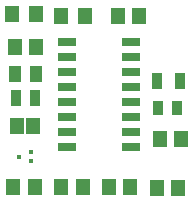
<source format=gbr>
G04*
G04 #@! TF.GenerationSoftware,Altium Limited,Altium Designer,23.3.1 (30)*
G04*
G04 Layer_Color=128*
%FSLAX25Y25*%
%MOIN*%
G70*
G04*
G04 #@! TF.SameCoordinates,9E9A1B20-5B00-4279-B210-449FD35A5861*
G04*
G04*
G04 #@! TF.FilePolarity,Positive*
G04*
G01*
G75*
%ADD17R,0.04528X0.05709*%
%ADD62R,0.01575X0.01575*%
%ADD63R,0.03367X0.04969*%
%ADD64R,0.06004X0.02756*%
%ADD65R,0.03347X0.05315*%
%ADD66R,0.04545X0.05339*%
%ADD67R,0.04942X0.05756*%
%ADD68R,0.03740X0.05709*%
%ADD69R,0.04134X0.05709*%
D17*
X188714Y166529D02*
D03*
X181628D02*
D03*
X197617Y166569D02*
D03*
X204704D02*
D03*
X220533Y166464D02*
D03*
X213447D02*
D03*
X236451Y166399D02*
D03*
X229364D02*
D03*
X230355Y182470D02*
D03*
X237442D02*
D03*
X223501Y223498D02*
D03*
X216414D02*
D03*
X189205Y213446D02*
D03*
X182118D02*
D03*
D62*
X183589Y176752D02*
D03*
X187526Y175177D02*
D03*
Y178327D02*
D03*
D63*
X229678Y192952D02*
D03*
X236178D02*
D03*
D64*
X199328Y179877D02*
D03*
Y184877D02*
D03*
Y189877D02*
D03*
Y194877D02*
D03*
Y199877D02*
D03*
Y204877D02*
D03*
Y209877D02*
D03*
Y214877D02*
D03*
X220683D02*
D03*
Y209877D02*
D03*
Y204877D02*
D03*
Y199877D02*
D03*
Y194877D02*
D03*
Y189877D02*
D03*
Y184877D02*
D03*
Y179877D02*
D03*
D65*
X188970Y196146D02*
D03*
X182474D02*
D03*
D66*
X188018Y186826D02*
D03*
X182696D02*
D03*
D67*
X205424Y223703D02*
D03*
X197349D02*
D03*
X189232Y224400D02*
D03*
X181157D02*
D03*
D68*
X229542Y201946D02*
D03*
X237220D02*
D03*
D69*
X189303Y204187D02*
D03*
X182019D02*
D03*
M02*

</source>
